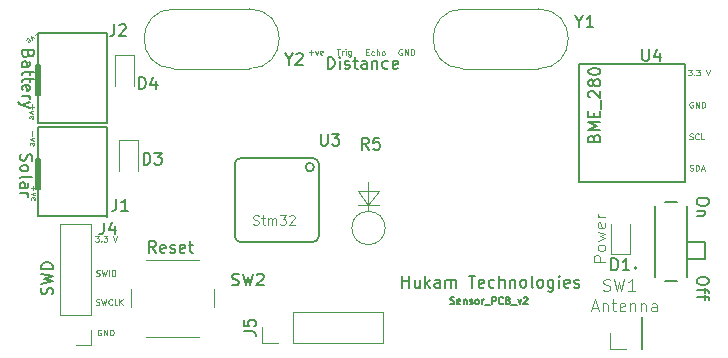
<source format=gto>
G04 #@! TF.GenerationSoftware,KiCad,Pcbnew,5.1.6-c6e7f7d~87~ubuntu18.04.1*
G04 #@! TF.CreationDate,2020-08-29T18:15:57+05:30*
G04 #@! TF.ProjectId,Sensor_pcb_v2,53656e73-6f72-45f7-9063-625f76322e6b,rev?*
G04 #@! TF.SameCoordinates,Original*
G04 #@! TF.FileFunction,Legend,Top*
G04 #@! TF.FilePolarity,Positive*
%FSLAX46Y46*%
G04 Gerber Fmt 4.6, Leading zero omitted, Abs format (unit mm)*
G04 Created by KiCad (PCBNEW 5.1.6-c6e7f7d~87~ubuntu18.04.1) date 2020-08-29 18:15:57*
%MOMM*%
%LPD*%
G01*
G04 APERTURE LIST*
%ADD10C,0.100000*%
%ADD11C,0.080000*%
%ADD12C,0.200000*%
%ADD13C,0.050000*%
%ADD14C,0.150000*%
%ADD15C,0.127000*%
%ADD16C,0.120000*%
G04 APERTURE END LIST*
D10*
X142551495Y-44215346D02*
X143027685Y-44215346D01*
X142456257Y-44501060D02*
X142789590Y-43501060D01*
X143122923Y-44501060D01*
X143456257Y-43834394D02*
X143456257Y-44501060D01*
X143456257Y-43929632D02*
X143503876Y-43882013D01*
X143599114Y-43834394D01*
X143741971Y-43834394D01*
X143837209Y-43882013D01*
X143884828Y-43977251D01*
X143884828Y-44501060D01*
X144218161Y-43834394D02*
X144599114Y-43834394D01*
X144361019Y-43501060D02*
X144361019Y-44358203D01*
X144408638Y-44453441D01*
X144503876Y-44501060D01*
X144599114Y-44501060D01*
X145313400Y-44453441D02*
X145218161Y-44501060D01*
X145027685Y-44501060D01*
X144932447Y-44453441D01*
X144884828Y-44358203D01*
X144884828Y-43977251D01*
X144932447Y-43882013D01*
X145027685Y-43834394D01*
X145218161Y-43834394D01*
X145313400Y-43882013D01*
X145361019Y-43977251D01*
X145361019Y-44072489D01*
X144884828Y-44167727D01*
X145789590Y-43834394D02*
X145789590Y-44501060D01*
X145789590Y-43929632D02*
X145837209Y-43882013D01*
X145932447Y-43834394D01*
X146075304Y-43834394D01*
X146170542Y-43882013D01*
X146218161Y-43977251D01*
X146218161Y-44501060D01*
X146694352Y-43834394D02*
X146694352Y-44501060D01*
X146694352Y-43929632D02*
X146741971Y-43882013D01*
X146837209Y-43834394D01*
X146980066Y-43834394D01*
X147075304Y-43882013D01*
X147122923Y-43977251D01*
X147122923Y-44501060D01*
X148027685Y-44501060D02*
X148027685Y-43977251D01*
X147980066Y-43882013D01*
X147884828Y-43834394D01*
X147694352Y-43834394D01*
X147599114Y-43882013D01*
X148027685Y-44453441D02*
X147932447Y-44501060D01*
X147694352Y-44501060D01*
X147599114Y-44453441D01*
X147551495Y-44358203D01*
X147551495Y-44262965D01*
X147599114Y-44167727D01*
X147694352Y-44120108D01*
X147932447Y-44120108D01*
X148027685Y-44072489D01*
D11*
X100985367Y-46079600D02*
X100937748Y-46055790D01*
X100866320Y-46055790D01*
X100794891Y-46079600D01*
X100747272Y-46127219D01*
X100723462Y-46174838D01*
X100699653Y-46270076D01*
X100699653Y-46341504D01*
X100723462Y-46436742D01*
X100747272Y-46484361D01*
X100794891Y-46531980D01*
X100866320Y-46555790D01*
X100913939Y-46555790D01*
X100985367Y-46531980D01*
X101009177Y-46508171D01*
X101009177Y-46341504D01*
X100913939Y-46341504D01*
X101223462Y-46555790D02*
X101223462Y-46055790D01*
X101509177Y-46555790D01*
X101509177Y-46055790D01*
X101747272Y-46555790D02*
X101747272Y-46055790D01*
X101866320Y-46055790D01*
X101937748Y-46079600D01*
X101985367Y-46127219D01*
X102009177Y-46174838D01*
X102032986Y-46270076D01*
X102032986Y-46341504D01*
X102009177Y-46436742D01*
X101985367Y-46484361D01*
X101937748Y-46531980D01*
X101866320Y-46555790D01*
X101747272Y-46555790D01*
X100557947Y-43946260D02*
X100629376Y-43970070D01*
X100748423Y-43970070D01*
X100796042Y-43946260D01*
X100819852Y-43922451D01*
X100843661Y-43874832D01*
X100843661Y-43827213D01*
X100819852Y-43779594D01*
X100796042Y-43755784D01*
X100748423Y-43731975D01*
X100653185Y-43708165D01*
X100605566Y-43684356D01*
X100581757Y-43660546D01*
X100557947Y-43612927D01*
X100557947Y-43565308D01*
X100581757Y-43517689D01*
X100605566Y-43493880D01*
X100653185Y-43470070D01*
X100772233Y-43470070D01*
X100843661Y-43493880D01*
X101010328Y-43470070D02*
X101129376Y-43970070D01*
X101224614Y-43612927D01*
X101319852Y-43970070D01*
X101438900Y-43470070D01*
X101915090Y-43922451D02*
X101891280Y-43946260D01*
X101819852Y-43970070D01*
X101772233Y-43970070D01*
X101700804Y-43946260D01*
X101653185Y-43898641D01*
X101629376Y-43851022D01*
X101605566Y-43755784D01*
X101605566Y-43684356D01*
X101629376Y-43589118D01*
X101653185Y-43541499D01*
X101700804Y-43493880D01*
X101772233Y-43470070D01*
X101819852Y-43470070D01*
X101891280Y-43493880D01*
X101915090Y-43517689D01*
X102367471Y-43970070D02*
X102129376Y-43970070D01*
X102129376Y-43470070D01*
X102534138Y-43970070D02*
X102534138Y-43470070D01*
X102819852Y-43970070D02*
X102605566Y-43684356D01*
X102819852Y-43470070D02*
X102534138Y-43755784D01*
X100579656Y-41495160D02*
X100651084Y-41518970D01*
X100770132Y-41518970D01*
X100817751Y-41495160D01*
X100841560Y-41471351D01*
X100865370Y-41423732D01*
X100865370Y-41376113D01*
X100841560Y-41328494D01*
X100817751Y-41304684D01*
X100770132Y-41280875D01*
X100674894Y-41257065D01*
X100627275Y-41233256D01*
X100603465Y-41209446D01*
X100579656Y-41161827D01*
X100579656Y-41114208D01*
X100603465Y-41066589D01*
X100627275Y-41042780D01*
X100674894Y-41018970D01*
X100793941Y-41018970D01*
X100865370Y-41042780D01*
X101032037Y-41018970D02*
X101151084Y-41518970D01*
X101246322Y-41161827D01*
X101341560Y-41518970D01*
X101460608Y-41018970D01*
X101651084Y-41518970D02*
X101651084Y-41018970D01*
X101984418Y-41018970D02*
X102079656Y-41018970D01*
X102127275Y-41042780D01*
X102174894Y-41090399D01*
X102198703Y-41185637D01*
X102198703Y-41352303D01*
X102174894Y-41447541D01*
X102127275Y-41495160D01*
X102079656Y-41518970D01*
X101984418Y-41518970D01*
X101936799Y-41495160D01*
X101889180Y-41447541D01*
X101865370Y-41352303D01*
X101865370Y-41185637D01*
X101889180Y-41090399D01*
X101936799Y-41042780D01*
X101984418Y-41018970D01*
X100480928Y-38110670D02*
X100790452Y-38110670D01*
X100623785Y-38301146D01*
X100695214Y-38301146D01*
X100742833Y-38324956D01*
X100766642Y-38348765D01*
X100790452Y-38396384D01*
X100790452Y-38515432D01*
X100766642Y-38563051D01*
X100742833Y-38586860D01*
X100695214Y-38610670D01*
X100552357Y-38610670D01*
X100504738Y-38586860D01*
X100480928Y-38563051D01*
X101004738Y-38563051D02*
X101028547Y-38586860D01*
X101004738Y-38610670D01*
X100980928Y-38586860D01*
X101004738Y-38563051D01*
X101004738Y-38610670D01*
X101195214Y-38110670D02*
X101504738Y-38110670D01*
X101338071Y-38301146D01*
X101409500Y-38301146D01*
X101457119Y-38324956D01*
X101480928Y-38348765D01*
X101504738Y-38396384D01*
X101504738Y-38515432D01*
X101480928Y-38563051D01*
X101457119Y-38586860D01*
X101409500Y-38610670D01*
X101266642Y-38610670D01*
X101219023Y-38586860D01*
X101195214Y-38563051D01*
X102028547Y-38110670D02*
X102195214Y-38610670D01*
X102361880Y-38110670D01*
X118563781Y-22580754D02*
X118944734Y-22580754D01*
X118754258Y-22771230D02*
X118754258Y-22390278D01*
X119135210Y-22437897D02*
X119254258Y-22771230D01*
X119373305Y-22437897D01*
X119754258Y-22747420D02*
X119706639Y-22771230D01*
X119611400Y-22771230D01*
X119563781Y-22747420D01*
X119539972Y-22699801D01*
X119539972Y-22509325D01*
X119563781Y-22461706D01*
X119611400Y-22437897D01*
X119706639Y-22437897D01*
X119754258Y-22461706D01*
X119778067Y-22509325D01*
X119778067Y-22556944D01*
X119539972Y-22604563D01*
X120929162Y-22271230D02*
X121214877Y-22271230D01*
X121072020Y-22771230D02*
X121072020Y-22271230D01*
X121381543Y-22771230D02*
X121381543Y-22437897D01*
X121381543Y-22533135D02*
X121405353Y-22485516D01*
X121429162Y-22461706D01*
X121476781Y-22437897D01*
X121524400Y-22437897D01*
X121691067Y-22771230D02*
X121691067Y-22437897D01*
X121691067Y-22271230D02*
X121667258Y-22295040D01*
X121691067Y-22318849D01*
X121714877Y-22295040D01*
X121691067Y-22271230D01*
X121691067Y-22318849D01*
X122143448Y-22437897D02*
X122143448Y-22842659D01*
X122119639Y-22890278D01*
X122095829Y-22914087D01*
X122048210Y-22937897D01*
X121976781Y-22937897D01*
X121929162Y-22914087D01*
X122143448Y-22747420D02*
X122095829Y-22771230D01*
X122000591Y-22771230D01*
X121952972Y-22747420D01*
X121929162Y-22723611D01*
X121905353Y-22675992D01*
X121905353Y-22533135D01*
X121929162Y-22485516D01*
X121952972Y-22461706D01*
X122000591Y-22437897D01*
X122095829Y-22437897D01*
X122143448Y-22461706D01*
X123424570Y-22575365D02*
X123591237Y-22575365D01*
X123662665Y-22837270D02*
X123424570Y-22837270D01*
X123424570Y-22337270D01*
X123662665Y-22337270D01*
X124091237Y-22813460D02*
X124043618Y-22837270D01*
X123948380Y-22837270D01*
X123900760Y-22813460D01*
X123876951Y-22789651D01*
X123853141Y-22742032D01*
X123853141Y-22599175D01*
X123876951Y-22551556D01*
X123900760Y-22527746D01*
X123948380Y-22503937D01*
X124043618Y-22503937D01*
X124091237Y-22527746D01*
X124305522Y-22837270D02*
X124305522Y-22337270D01*
X124519808Y-22837270D02*
X124519808Y-22575365D01*
X124495999Y-22527746D01*
X124448380Y-22503937D01*
X124376951Y-22503937D01*
X124329332Y-22527746D01*
X124305522Y-22551556D01*
X124829332Y-22837270D02*
X124781713Y-22813460D01*
X124757903Y-22789651D01*
X124734094Y-22742032D01*
X124734094Y-22599175D01*
X124757903Y-22551556D01*
X124781713Y-22527746D01*
X124829332Y-22503937D01*
X124900760Y-22503937D01*
X124948380Y-22527746D01*
X124972189Y-22551556D01*
X124995999Y-22599175D01*
X124995999Y-22742032D01*
X124972189Y-22789651D01*
X124948380Y-22813460D01*
X124900760Y-22837270D01*
X124829332Y-22837270D01*
D12*
X152424379Y-35124140D02*
X152424379Y-35314617D01*
X152376760Y-35409855D01*
X152281521Y-35505093D01*
X152091045Y-35552712D01*
X151757712Y-35552712D01*
X151567236Y-35505093D01*
X151471998Y-35409855D01*
X151424379Y-35314617D01*
X151424379Y-35124140D01*
X151471998Y-35028902D01*
X151567236Y-34933664D01*
X151757712Y-34886045D01*
X152091045Y-34886045D01*
X152281521Y-34933664D01*
X152376760Y-35028902D01*
X152424379Y-35124140D01*
X152091045Y-35981283D02*
X151424379Y-35981283D01*
X151995807Y-35981283D02*
X152043426Y-36028902D01*
X152091045Y-36124140D01*
X152091045Y-36266998D01*
X152043426Y-36362236D01*
X151948188Y-36409855D01*
X151424379Y-36409855D01*
X152424379Y-41852933D02*
X152424379Y-42043409D01*
X152376760Y-42138647D01*
X152281521Y-42233885D01*
X152091045Y-42281504D01*
X151757712Y-42281504D01*
X151567236Y-42233885D01*
X151471998Y-42138647D01*
X151424379Y-42043409D01*
X151424379Y-41852933D01*
X151471998Y-41757695D01*
X151567236Y-41662457D01*
X151757712Y-41614838D01*
X152091045Y-41614838D01*
X152281521Y-41662457D01*
X152376760Y-41757695D01*
X152424379Y-41852933D01*
X152091045Y-42567219D02*
X152091045Y-42948171D01*
X151424379Y-42710076D02*
X152281521Y-42710076D01*
X152376760Y-42757695D01*
X152424379Y-42852933D01*
X152424379Y-42948171D01*
X152091045Y-43138647D02*
X152091045Y-43519600D01*
X151424379Y-43281504D02*
X152281521Y-43281504D01*
X152376760Y-43329123D01*
X152424379Y-43424361D01*
X152424379Y-43519600D01*
D13*
X95252385Y-33882721D02*
X95252385Y-34263674D01*
X95061909Y-34073198D02*
X95442861Y-34073198D01*
X95395242Y-34454150D02*
X95061909Y-34573198D01*
X95395242Y-34692245D01*
X95085719Y-35073198D02*
X95061909Y-35025579D01*
X95061909Y-34930340D01*
X95085719Y-34882721D01*
X95133338Y-34858912D01*
X95323814Y-34858912D01*
X95371433Y-34882721D01*
X95395242Y-34930340D01*
X95395242Y-35025579D01*
X95371433Y-35073198D01*
X95323814Y-35097007D01*
X95276195Y-35097007D01*
X95228576Y-34858912D01*
X95153325Y-29257381D02*
X95153325Y-29638334D01*
X95296182Y-29828810D02*
X94962849Y-29947858D01*
X95296182Y-30066905D01*
X94986659Y-30447858D02*
X94962849Y-30400239D01*
X94962849Y-30305000D01*
X94986659Y-30257381D01*
X95034278Y-30233572D01*
X95224754Y-30233572D01*
X95272373Y-30257381D01*
X95296182Y-30305000D01*
X95296182Y-30400239D01*
X95272373Y-30447858D01*
X95224754Y-30471667D01*
X95177135Y-30471667D01*
X95129516Y-30233572D01*
X95667782Y-20880309D02*
X95375955Y-21125181D01*
X95321869Y-21357051D02*
X95016410Y-21178225D01*
X95139477Y-21510096D01*
X94648693Y-21517858D02*
X94669867Y-21469010D01*
X94742823Y-21407792D01*
X94794606Y-21395423D01*
X94843454Y-21416596D01*
X94965890Y-21562510D01*
X94978260Y-21614292D01*
X94957086Y-21663141D01*
X94884129Y-21724358D01*
X94832346Y-21736728D01*
X94783498Y-21715554D01*
X94752889Y-21679076D01*
X94904672Y-21489553D01*
X95110145Y-26986621D02*
X95110145Y-27367574D01*
X94919669Y-27177098D02*
X95300621Y-27177098D01*
X95253002Y-27558050D02*
X94919669Y-27677098D01*
X95253002Y-27796145D01*
X94943479Y-28177098D02*
X94919669Y-28129479D01*
X94919669Y-28034240D01*
X94943479Y-27986621D01*
X94991098Y-27962812D01*
X95181574Y-27962812D01*
X95229193Y-27986621D01*
X95253002Y-28034240D01*
X95253002Y-28129479D01*
X95229193Y-28177098D01*
X95181574Y-28200907D01*
X95133955Y-28200907D01*
X95086336Y-27962812D01*
D10*
X150663708Y-24036530D02*
X150973232Y-24036530D01*
X150806565Y-24227006D01*
X150877994Y-24227006D01*
X150925613Y-24250816D01*
X150949422Y-24274625D01*
X150973232Y-24322244D01*
X150973232Y-24441292D01*
X150949422Y-24488911D01*
X150925613Y-24512720D01*
X150877994Y-24536530D01*
X150735137Y-24536530D01*
X150687518Y-24512720D01*
X150663708Y-24488911D01*
X151187518Y-24488911D02*
X151211327Y-24512720D01*
X151187518Y-24536530D01*
X151163708Y-24512720D01*
X151187518Y-24488911D01*
X151187518Y-24536530D01*
X151377994Y-24036530D02*
X151687518Y-24036530D01*
X151520851Y-24227006D01*
X151592280Y-24227006D01*
X151639899Y-24250816D01*
X151663708Y-24274625D01*
X151687518Y-24322244D01*
X151687518Y-24441292D01*
X151663708Y-24488911D01*
X151639899Y-24512720D01*
X151592280Y-24536530D01*
X151449422Y-24536530D01*
X151401803Y-24512720D01*
X151377994Y-24488911D01*
X152211327Y-24036530D02*
X152377994Y-24536530D01*
X152544660Y-24036530D01*
X151084327Y-26795920D02*
X151036708Y-26772110D01*
X150965280Y-26772110D01*
X150893851Y-26795920D01*
X150846232Y-26843539D01*
X150822422Y-26891158D01*
X150798613Y-26986396D01*
X150798613Y-27057824D01*
X150822422Y-27153062D01*
X150846232Y-27200681D01*
X150893851Y-27248300D01*
X150965280Y-27272110D01*
X151012899Y-27272110D01*
X151084327Y-27248300D01*
X151108137Y-27224491D01*
X151108137Y-27057824D01*
X151012899Y-27057824D01*
X151322422Y-27272110D02*
X151322422Y-26772110D01*
X151608137Y-27272110D01*
X151608137Y-26772110D01*
X151846232Y-27272110D02*
X151846232Y-26772110D01*
X151965280Y-26772110D01*
X152036708Y-26795920D01*
X152084327Y-26843539D01*
X152108137Y-26891158D01*
X152131946Y-26986396D01*
X152131946Y-27057824D01*
X152108137Y-27153062D01*
X152084327Y-27200681D01*
X152036708Y-27248300D01*
X151965280Y-27272110D01*
X151846232Y-27272110D01*
X150793841Y-29928000D02*
X150865270Y-29951810D01*
X150984318Y-29951810D01*
X151031937Y-29928000D01*
X151055746Y-29904191D01*
X151079556Y-29856572D01*
X151079556Y-29808953D01*
X151055746Y-29761334D01*
X151031937Y-29737524D01*
X150984318Y-29713715D01*
X150889080Y-29689905D01*
X150841460Y-29666096D01*
X150817651Y-29642286D01*
X150793841Y-29594667D01*
X150793841Y-29547048D01*
X150817651Y-29499429D01*
X150841460Y-29475620D01*
X150889080Y-29451810D01*
X151008127Y-29451810D01*
X151079556Y-29475620D01*
X151579556Y-29904191D02*
X151555746Y-29928000D01*
X151484318Y-29951810D01*
X151436699Y-29951810D01*
X151365270Y-29928000D01*
X151317651Y-29880381D01*
X151293841Y-29832762D01*
X151270032Y-29737524D01*
X151270032Y-29666096D01*
X151293841Y-29570858D01*
X151317651Y-29523239D01*
X151365270Y-29475620D01*
X151436699Y-29451810D01*
X151484318Y-29451810D01*
X151555746Y-29475620D01*
X151579556Y-29499429D01*
X152031937Y-29951810D02*
X151793841Y-29951810D01*
X151793841Y-29451810D01*
X150820037Y-32572140D02*
X150891465Y-32595950D01*
X151010513Y-32595950D01*
X151058132Y-32572140D01*
X151081941Y-32548331D01*
X151105751Y-32500712D01*
X151105751Y-32453093D01*
X151081941Y-32405474D01*
X151058132Y-32381664D01*
X151010513Y-32357855D01*
X150915275Y-32334045D01*
X150867656Y-32310236D01*
X150843846Y-32286426D01*
X150820037Y-32238807D01*
X150820037Y-32191188D01*
X150843846Y-32143569D01*
X150867656Y-32119760D01*
X150915275Y-32095950D01*
X151034322Y-32095950D01*
X151105751Y-32119760D01*
X151320037Y-32595950D02*
X151320037Y-32095950D01*
X151439084Y-32095950D01*
X151510513Y-32119760D01*
X151558132Y-32167379D01*
X151581941Y-32214998D01*
X151605751Y-32310236D01*
X151605751Y-32381664D01*
X151581941Y-32476902D01*
X151558132Y-32524521D01*
X151510513Y-32572140D01*
X151439084Y-32595950D01*
X151320037Y-32595950D01*
X151796227Y-32453093D02*
X152034322Y-32453093D01*
X151748608Y-32595950D02*
X151915275Y-32095950D01*
X152081941Y-32595950D01*
D11*
X126446327Y-22338220D02*
X126398708Y-22314410D01*
X126327280Y-22314410D01*
X126255851Y-22338220D01*
X126208232Y-22385839D01*
X126184422Y-22433458D01*
X126160613Y-22528696D01*
X126160613Y-22600124D01*
X126184422Y-22695362D01*
X126208232Y-22742981D01*
X126255851Y-22790600D01*
X126327280Y-22814410D01*
X126374899Y-22814410D01*
X126446327Y-22790600D01*
X126470137Y-22766791D01*
X126470137Y-22600124D01*
X126374899Y-22600124D01*
X126684422Y-22814410D02*
X126684422Y-22314410D01*
X126970137Y-22814410D01*
X126970137Y-22314410D01*
X127208232Y-22814410D02*
X127208232Y-22314410D01*
X127327280Y-22314410D01*
X127398708Y-22338220D01*
X127446327Y-22385839D01*
X127470137Y-22433458D01*
X127493946Y-22528696D01*
X127493946Y-22600124D01*
X127470137Y-22695362D01*
X127446327Y-22742981D01*
X127398708Y-22790600D01*
X127327280Y-22814410D01*
X127208232Y-22814410D01*
D14*
X94197538Y-31194595D02*
X94149919Y-31337452D01*
X94149919Y-31575547D01*
X94197538Y-31670785D01*
X94245157Y-31718404D01*
X94340395Y-31766023D01*
X94435633Y-31766023D01*
X94530871Y-31718404D01*
X94578490Y-31670785D01*
X94626109Y-31575547D01*
X94673728Y-31385071D01*
X94721347Y-31289833D01*
X94768966Y-31242214D01*
X94864204Y-31194595D01*
X94959442Y-31194595D01*
X95054680Y-31242214D01*
X95102300Y-31289833D01*
X95149919Y-31385071D01*
X95149919Y-31623166D01*
X95102300Y-31766023D01*
X94149919Y-32337452D02*
X94197538Y-32242214D01*
X94245157Y-32194595D01*
X94340395Y-32146976D01*
X94626109Y-32146976D01*
X94721347Y-32194595D01*
X94768966Y-32242214D01*
X94816585Y-32337452D01*
X94816585Y-32480309D01*
X94768966Y-32575547D01*
X94721347Y-32623166D01*
X94626109Y-32670785D01*
X94340395Y-32670785D01*
X94245157Y-32623166D01*
X94197538Y-32575547D01*
X94149919Y-32480309D01*
X94149919Y-32337452D01*
X94149919Y-33242214D02*
X94197538Y-33146976D01*
X94292776Y-33099357D01*
X95149919Y-33099357D01*
X94149919Y-34051738D02*
X94673728Y-34051738D01*
X94768966Y-34004119D01*
X94816585Y-33908880D01*
X94816585Y-33718404D01*
X94768966Y-33623166D01*
X94197538Y-34051738D02*
X94149919Y-33956500D01*
X94149919Y-33718404D01*
X94197538Y-33623166D01*
X94292776Y-33575547D01*
X94388014Y-33575547D01*
X94483252Y-33623166D01*
X94530871Y-33718404D01*
X94530871Y-33956500D01*
X94578490Y-34051738D01*
X94149919Y-34527928D02*
X94816585Y-34527928D01*
X94626109Y-34527928D02*
X94721347Y-34575547D01*
X94768966Y-34623166D01*
X94816585Y-34718404D01*
X94816585Y-34813642D01*
X94823588Y-22713891D02*
X94775969Y-22856748D01*
X94728350Y-22904367D01*
X94633112Y-22951986D01*
X94490255Y-22951986D01*
X94395017Y-22904367D01*
X94347398Y-22856748D01*
X94299779Y-22761510D01*
X94299779Y-22380558D01*
X95299779Y-22380558D01*
X95299779Y-22713891D01*
X95252160Y-22809129D01*
X95204540Y-22856748D01*
X95109302Y-22904367D01*
X95014064Y-22904367D01*
X94918826Y-22856748D01*
X94871207Y-22809129D01*
X94823588Y-22713891D01*
X94823588Y-22380558D01*
X94299779Y-23809129D02*
X94823588Y-23809129D01*
X94918826Y-23761510D01*
X94966445Y-23666272D01*
X94966445Y-23475796D01*
X94918826Y-23380558D01*
X94347398Y-23809129D02*
X94299779Y-23713891D01*
X94299779Y-23475796D01*
X94347398Y-23380558D01*
X94442636Y-23332939D01*
X94537874Y-23332939D01*
X94633112Y-23380558D01*
X94680731Y-23475796D01*
X94680731Y-23713891D01*
X94728350Y-23809129D01*
X94966445Y-24142462D02*
X94966445Y-24523415D01*
X95299779Y-24285320D02*
X94442636Y-24285320D01*
X94347398Y-24332939D01*
X94299779Y-24428177D01*
X94299779Y-24523415D01*
X94966445Y-24713891D02*
X94966445Y-25094843D01*
X95299779Y-24856748D02*
X94442636Y-24856748D01*
X94347398Y-24904367D01*
X94299779Y-24999605D01*
X94299779Y-25094843D01*
X94347398Y-25809129D02*
X94299779Y-25713891D01*
X94299779Y-25523415D01*
X94347398Y-25428177D01*
X94442636Y-25380558D01*
X94823588Y-25380558D01*
X94918826Y-25428177D01*
X94966445Y-25523415D01*
X94966445Y-25713891D01*
X94918826Y-25809129D01*
X94823588Y-25856748D01*
X94728350Y-25856748D01*
X94633112Y-25380558D01*
X94299779Y-26285320D02*
X94966445Y-26285320D01*
X94775969Y-26285320D02*
X94871207Y-26332939D01*
X94918826Y-26380558D01*
X94966445Y-26475796D01*
X94966445Y-26571034D01*
X94966445Y-26809129D02*
X94299779Y-27047224D01*
X94966445Y-27285320D02*
X94299779Y-27047224D01*
X94061683Y-26951986D01*
X94014064Y-26904367D01*
X93966445Y-26809129D01*
X120179199Y-23967700D02*
X120179199Y-22967700D01*
X120417294Y-22967700D01*
X120560151Y-23015320D01*
X120655389Y-23110558D01*
X120703008Y-23205796D01*
X120750627Y-23396272D01*
X120750627Y-23539129D01*
X120703008Y-23729605D01*
X120655389Y-23824843D01*
X120560151Y-23920081D01*
X120417294Y-23967700D01*
X120179199Y-23967700D01*
X121179199Y-23967700D02*
X121179199Y-23301034D01*
X121179199Y-22967700D02*
X121131580Y-23015320D01*
X121179199Y-23062939D01*
X121226818Y-23015320D01*
X121179199Y-22967700D01*
X121179199Y-23062939D01*
X121607770Y-23920081D02*
X121703008Y-23967700D01*
X121893484Y-23967700D01*
X121988722Y-23920081D01*
X122036341Y-23824843D01*
X122036341Y-23777224D01*
X121988722Y-23681986D01*
X121893484Y-23634367D01*
X121750627Y-23634367D01*
X121655389Y-23586748D01*
X121607770Y-23491510D01*
X121607770Y-23443891D01*
X121655389Y-23348653D01*
X121750627Y-23301034D01*
X121893484Y-23301034D01*
X121988722Y-23348653D01*
X122322056Y-23301034D02*
X122703008Y-23301034D01*
X122464913Y-22967700D02*
X122464913Y-23824843D01*
X122512532Y-23920081D01*
X122607770Y-23967700D01*
X122703008Y-23967700D01*
X123464913Y-23967700D02*
X123464913Y-23443891D01*
X123417294Y-23348653D01*
X123322056Y-23301034D01*
X123131580Y-23301034D01*
X123036341Y-23348653D01*
X123464913Y-23920081D02*
X123369675Y-23967700D01*
X123131580Y-23967700D01*
X123036341Y-23920081D01*
X122988722Y-23824843D01*
X122988722Y-23729605D01*
X123036341Y-23634367D01*
X123131580Y-23586748D01*
X123369675Y-23586748D01*
X123464913Y-23539129D01*
X123941103Y-23301034D02*
X123941103Y-23967700D01*
X123941103Y-23396272D02*
X123988722Y-23348653D01*
X124083960Y-23301034D01*
X124226818Y-23301034D01*
X124322056Y-23348653D01*
X124369675Y-23443891D01*
X124369675Y-23967700D01*
X125274437Y-23920081D02*
X125179199Y-23967700D01*
X124988722Y-23967700D01*
X124893484Y-23920081D01*
X124845865Y-23872462D01*
X124798246Y-23777224D01*
X124798246Y-23491510D01*
X124845865Y-23396272D01*
X124893484Y-23348653D01*
X124988722Y-23301034D01*
X125179199Y-23301034D01*
X125274437Y-23348653D01*
X126083960Y-23920081D02*
X125988722Y-23967700D01*
X125798246Y-23967700D01*
X125703008Y-23920081D01*
X125655389Y-23824843D01*
X125655389Y-23443891D01*
X125703008Y-23348653D01*
X125798246Y-23301034D01*
X125988722Y-23301034D01*
X126083960Y-23348653D01*
X126131580Y-23443891D01*
X126131580Y-23539129D01*
X125655389Y-23634367D01*
X105596844Y-39548060D02*
X105263511Y-39071870D01*
X105025416Y-39548060D02*
X105025416Y-38548060D01*
X105406368Y-38548060D01*
X105501606Y-38595680D01*
X105549225Y-38643299D01*
X105596844Y-38738537D01*
X105596844Y-38881394D01*
X105549225Y-38976632D01*
X105501606Y-39024251D01*
X105406368Y-39071870D01*
X105025416Y-39071870D01*
X106406368Y-39500441D02*
X106311130Y-39548060D01*
X106120654Y-39548060D01*
X106025416Y-39500441D01*
X105977797Y-39405203D01*
X105977797Y-39024251D01*
X106025416Y-38929013D01*
X106120654Y-38881394D01*
X106311130Y-38881394D01*
X106406368Y-38929013D01*
X106453987Y-39024251D01*
X106453987Y-39119489D01*
X105977797Y-39214727D01*
X106834940Y-39500441D02*
X106930178Y-39548060D01*
X107120654Y-39548060D01*
X107215892Y-39500441D01*
X107263511Y-39405203D01*
X107263511Y-39357584D01*
X107215892Y-39262346D01*
X107120654Y-39214727D01*
X106977797Y-39214727D01*
X106882559Y-39167108D01*
X106834940Y-39071870D01*
X106834940Y-39024251D01*
X106882559Y-38929013D01*
X106977797Y-38881394D01*
X107120654Y-38881394D01*
X107215892Y-38929013D01*
X108073035Y-39500441D02*
X107977797Y-39548060D01*
X107787320Y-39548060D01*
X107692082Y-39500441D01*
X107644463Y-39405203D01*
X107644463Y-39024251D01*
X107692082Y-38929013D01*
X107787320Y-38881394D01*
X107977797Y-38881394D01*
X108073035Y-38929013D01*
X108120654Y-39024251D01*
X108120654Y-39119489D01*
X107644463Y-39214727D01*
X108406368Y-38881394D02*
X108787320Y-38881394D01*
X108549225Y-38548060D02*
X108549225Y-39405203D01*
X108596844Y-39500441D01*
X108692082Y-39548060D01*
X108787320Y-39548060D01*
D10*
X113870959Y-37130949D02*
X113985244Y-37169044D01*
X114175720Y-37169044D01*
X114251911Y-37130949D01*
X114290006Y-37092854D01*
X114328101Y-37016663D01*
X114328101Y-36940473D01*
X114290006Y-36864282D01*
X114251911Y-36826187D01*
X114175720Y-36788092D01*
X114023340Y-36749997D01*
X113947149Y-36711901D01*
X113909054Y-36673806D01*
X113870959Y-36597616D01*
X113870959Y-36521425D01*
X113909054Y-36445235D01*
X113947149Y-36407140D01*
X114023340Y-36369044D01*
X114213816Y-36369044D01*
X114328101Y-36407140D01*
X114556673Y-36635711D02*
X114861435Y-36635711D01*
X114670959Y-36369044D02*
X114670959Y-37054759D01*
X114709054Y-37130949D01*
X114785244Y-37169044D01*
X114861435Y-37169044D01*
X115128101Y-37169044D02*
X115128101Y-36635711D01*
X115128101Y-36711901D02*
X115166197Y-36673806D01*
X115242387Y-36635711D01*
X115356673Y-36635711D01*
X115432863Y-36673806D01*
X115470959Y-36749997D01*
X115470959Y-37169044D01*
X115470959Y-36749997D02*
X115509054Y-36673806D01*
X115585244Y-36635711D01*
X115699530Y-36635711D01*
X115775720Y-36673806D01*
X115813816Y-36749997D01*
X115813816Y-37169044D01*
X116118578Y-36369044D02*
X116613816Y-36369044D01*
X116347149Y-36673806D01*
X116461435Y-36673806D01*
X116537625Y-36711901D01*
X116575720Y-36749997D01*
X116613816Y-36826187D01*
X116613816Y-37016663D01*
X116575720Y-37092854D01*
X116537625Y-37130949D01*
X116461435Y-37169044D01*
X116232863Y-37169044D01*
X116156673Y-37130949D01*
X116118578Y-37092854D01*
X116918578Y-36445235D02*
X116956673Y-36407140D01*
X117032863Y-36369044D01*
X117223340Y-36369044D01*
X117299530Y-36407140D01*
X117337625Y-36445235D01*
X117375720Y-36521425D01*
X117375720Y-36597616D01*
X117337625Y-36711901D01*
X116880482Y-37169044D01*
X117375720Y-37169044D01*
X143685520Y-40332730D02*
X142685520Y-40332730D01*
X142685520Y-39951778D01*
X142733140Y-39856540D01*
X142780759Y-39808920D01*
X142875997Y-39761301D01*
X143018854Y-39761301D01*
X143114092Y-39808920D01*
X143161711Y-39856540D01*
X143209330Y-39951778D01*
X143209330Y-40332730D01*
X143685520Y-39189873D02*
X143637901Y-39285111D01*
X143590282Y-39332730D01*
X143495044Y-39380349D01*
X143209330Y-39380349D01*
X143114092Y-39332730D01*
X143066473Y-39285111D01*
X143018854Y-39189873D01*
X143018854Y-39047016D01*
X143066473Y-38951778D01*
X143114092Y-38904159D01*
X143209330Y-38856540D01*
X143495044Y-38856540D01*
X143590282Y-38904159D01*
X143637901Y-38951778D01*
X143685520Y-39047016D01*
X143685520Y-39189873D01*
X143018854Y-38523206D02*
X143685520Y-38332730D01*
X143209330Y-38142254D01*
X143685520Y-37951778D01*
X143018854Y-37761301D01*
X143637901Y-36999397D02*
X143685520Y-37094635D01*
X143685520Y-37285111D01*
X143637901Y-37380349D01*
X143542663Y-37427968D01*
X143161711Y-37427968D01*
X143066473Y-37380349D01*
X143018854Y-37285111D01*
X143018854Y-37094635D01*
X143066473Y-36999397D01*
X143161711Y-36951778D01*
X143256949Y-36951778D01*
X143352187Y-37427968D01*
X143685520Y-36523206D02*
X143018854Y-36523206D01*
X143209330Y-36523206D02*
X143114092Y-36475587D01*
X143066473Y-36427968D01*
X143018854Y-36332730D01*
X143018854Y-36237492D01*
D14*
X130553551Y-43864817D02*
X130639265Y-43893388D01*
X130782122Y-43893388D01*
X130839265Y-43864817D01*
X130867837Y-43836245D01*
X130896408Y-43779102D01*
X130896408Y-43721960D01*
X130867837Y-43664817D01*
X130839265Y-43636245D01*
X130782122Y-43607674D01*
X130667837Y-43579102D01*
X130610694Y-43550531D01*
X130582122Y-43521960D01*
X130553551Y-43464817D01*
X130553551Y-43407674D01*
X130582122Y-43350531D01*
X130610694Y-43321960D01*
X130667837Y-43293388D01*
X130810694Y-43293388D01*
X130896408Y-43321960D01*
X131382122Y-43864817D02*
X131324980Y-43893388D01*
X131210694Y-43893388D01*
X131153551Y-43864817D01*
X131124980Y-43807674D01*
X131124980Y-43579102D01*
X131153551Y-43521960D01*
X131210694Y-43493388D01*
X131324980Y-43493388D01*
X131382122Y-43521960D01*
X131410694Y-43579102D01*
X131410694Y-43636245D01*
X131124980Y-43693388D01*
X131667837Y-43493388D02*
X131667837Y-43893388D01*
X131667837Y-43550531D02*
X131696408Y-43521960D01*
X131753551Y-43493388D01*
X131839265Y-43493388D01*
X131896408Y-43521960D01*
X131924980Y-43579102D01*
X131924980Y-43893388D01*
X132182122Y-43864817D02*
X132239265Y-43893388D01*
X132353551Y-43893388D01*
X132410694Y-43864817D01*
X132439265Y-43807674D01*
X132439265Y-43779102D01*
X132410694Y-43721960D01*
X132353551Y-43693388D01*
X132267837Y-43693388D01*
X132210694Y-43664817D01*
X132182122Y-43607674D01*
X132182122Y-43579102D01*
X132210694Y-43521960D01*
X132267837Y-43493388D01*
X132353551Y-43493388D01*
X132410694Y-43521960D01*
X132782122Y-43893388D02*
X132724980Y-43864817D01*
X132696408Y-43836245D01*
X132667837Y-43779102D01*
X132667837Y-43607674D01*
X132696408Y-43550531D01*
X132724980Y-43521960D01*
X132782122Y-43493388D01*
X132867837Y-43493388D01*
X132924980Y-43521960D01*
X132953551Y-43550531D01*
X132982122Y-43607674D01*
X132982122Y-43779102D01*
X132953551Y-43836245D01*
X132924980Y-43864817D01*
X132867837Y-43893388D01*
X132782122Y-43893388D01*
X133239265Y-43893388D02*
X133239265Y-43493388D01*
X133239265Y-43607674D02*
X133267837Y-43550531D01*
X133296408Y-43521960D01*
X133353551Y-43493388D01*
X133410694Y-43493388D01*
X133467837Y-43950531D02*
X133924980Y-43950531D01*
X134067837Y-43893388D02*
X134067837Y-43293388D01*
X134296408Y-43293388D01*
X134353551Y-43321960D01*
X134382122Y-43350531D01*
X134410694Y-43407674D01*
X134410694Y-43493388D01*
X134382122Y-43550531D01*
X134353551Y-43579102D01*
X134296408Y-43607674D01*
X134067837Y-43607674D01*
X135010694Y-43836245D02*
X134982122Y-43864817D01*
X134896408Y-43893388D01*
X134839265Y-43893388D01*
X134753551Y-43864817D01*
X134696408Y-43807674D01*
X134667837Y-43750531D01*
X134639265Y-43636245D01*
X134639265Y-43550531D01*
X134667837Y-43436245D01*
X134696408Y-43379102D01*
X134753551Y-43321960D01*
X134839265Y-43293388D01*
X134896408Y-43293388D01*
X134982122Y-43321960D01*
X135010694Y-43350531D01*
X135467837Y-43579102D02*
X135553551Y-43607674D01*
X135582122Y-43636245D01*
X135610694Y-43693388D01*
X135610694Y-43779102D01*
X135582122Y-43836245D01*
X135553551Y-43864817D01*
X135496408Y-43893388D01*
X135267837Y-43893388D01*
X135267837Y-43293388D01*
X135467837Y-43293388D01*
X135524980Y-43321960D01*
X135553551Y-43350531D01*
X135582122Y-43407674D01*
X135582122Y-43464817D01*
X135553551Y-43521960D01*
X135524980Y-43550531D01*
X135467837Y-43579102D01*
X135267837Y-43579102D01*
X135724980Y-43950531D02*
X136182122Y-43950531D01*
X136267837Y-43493388D02*
X136410694Y-43893388D01*
X136553551Y-43493388D01*
X136753551Y-43350531D02*
X136782122Y-43321960D01*
X136839265Y-43293388D01*
X136982122Y-43293388D01*
X137039265Y-43321960D01*
X137067837Y-43350531D01*
X137096408Y-43407674D01*
X137096408Y-43464817D01*
X137067837Y-43550531D01*
X136724980Y-43893388D01*
X137096408Y-43893388D01*
D12*
X126473249Y-42502080D02*
X126473249Y-41502080D01*
X126473249Y-41978271D02*
X127044678Y-41978271D01*
X127044678Y-42502080D02*
X127044678Y-41502080D01*
X127949440Y-41835414D02*
X127949440Y-42502080D01*
X127520868Y-41835414D02*
X127520868Y-42359223D01*
X127568487Y-42454461D01*
X127663725Y-42502080D01*
X127806582Y-42502080D01*
X127901820Y-42454461D01*
X127949440Y-42406842D01*
X128425630Y-42502080D02*
X128425630Y-41502080D01*
X128520868Y-42121128D02*
X128806582Y-42502080D01*
X128806582Y-41835414D02*
X128425630Y-42216366D01*
X129663725Y-42502080D02*
X129663725Y-41978271D01*
X129616106Y-41883033D01*
X129520868Y-41835414D01*
X129330392Y-41835414D01*
X129235154Y-41883033D01*
X129663725Y-42454461D02*
X129568487Y-42502080D01*
X129330392Y-42502080D01*
X129235154Y-42454461D01*
X129187535Y-42359223D01*
X129187535Y-42263985D01*
X129235154Y-42168747D01*
X129330392Y-42121128D01*
X129568487Y-42121128D01*
X129663725Y-42073509D01*
X130139916Y-42502080D02*
X130139916Y-41835414D01*
X130139916Y-41930652D02*
X130187535Y-41883033D01*
X130282773Y-41835414D01*
X130425630Y-41835414D01*
X130520868Y-41883033D01*
X130568487Y-41978271D01*
X130568487Y-42502080D01*
X130568487Y-41978271D02*
X130616106Y-41883033D01*
X130711344Y-41835414D01*
X130854201Y-41835414D01*
X130949440Y-41883033D01*
X130997059Y-41978271D01*
X130997059Y-42502080D01*
X132092297Y-41502080D02*
X132663725Y-41502080D01*
X132378011Y-42502080D02*
X132378011Y-41502080D01*
X133378011Y-42454461D02*
X133282773Y-42502080D01*
X133092297Y-42502080D01*
X132997059Y-42454461D01*
X132949440Y-42359223D01*
X132949440Y-41978271D01*
X132997059Y-41883033D01*
X133092297Y-41835414D01*
X133282773Y-41835414D01*
X133378011Y-41883033D01*
X133425630Y-41978271D01*
X133425630Y-42073509D01*
X132949440Y-42168747D01*
X134282773Y-42454461D02*
X134187535Y-42502080D01*
X133997059Y-42502080D01*
X133901820Y-42454461D01*
X133854201Y-42406842D01*
X133806582Y-42311604D01*
X133806582Y-42025890D01*
X133854201Y-41930652D01*
X133901820Y-41883033D01*
X133997059Y-41835414D01*
X134187535Y-41835414D01*
X134282773Y-41883033D01*
X134711344Y-42502080D02*
X134711344Y-41502080D01*
X135139916Y-42502080D02*
X135139916Y-41978271D01*
X135092297Y-41883033D01*
X134997059Y-41835414D01*
X134854201Y-41835414D01*
X134758963Y-41883033D01*
X134711344Y-41930652D01*
X135616106Y-41835414D02*
X135616106Y-42502080D01*
X135616106Y-41930652D02*
X135663725Y-41883033D01*
X135758963Y-41835414D01*
X135901820Y-41835414D01*
X135997059Y-41883033D01*
X136044678Y-41978271D01*
X136044678Y-42502080D01*
X136663725Y-42502080D02*
X136568487Y-42454461D01*
X136520868Y-42406842D01*
X136473249Y-42311604D01*
X136473249Y-42025890D01*
X136520868Y-41930652D01*
X136568487Y-41883033D01*
X136663725Y-41835414D01*
X136806582Y-41835414D01*
X136901820Y-41883033D01*
X136949440Y-41930652D01*
X136997059Y-42025890D01*
X136997059Y-42311604D01*
X136949440Y-42406842D01*
X136901820Y-42454461D01*
X136806582Y-42502080D01*
X136663725Y-42502080D01*
X137568487Y-42502080D02*
X137473249Y-42454461D01*
X137425630Y-42359223D01*
X137425630Y-41502080D01*
X138092297Y-42502080D02*
X137997059Y-42454461D01*
X137949440Y-42406842D01*
X137901820Y-42311604D01*
X137901820Y-42025890D01*
X137949440Y-41930652D01*
X137997059Y-41883033D01*
X138092297Y-41835414D01*
X138235154Y-41835414D01*
X138330392Y-41883033D01*
X138378011Y-41930652D01*
X138425630Y-42025890D01*
X138425630Y-42311604D01*
X138378011Y-42406842D01*
X138330392Y-42454461D01*
X138235154Y-42502080D01*
X138092297Y-42502080D01*
X139282773Y-41835414D02*
X139282773Y-42644938D01*
X139235154Y-42740176D01*
X139187535Y-42787795D01*
X139092297Y-42835414D01*
X138949440Y-42835414D01*
X138854201Y-42787795D01*
X139282773Y-42454461D02*
X139187535Y-42502080D01*
X138997059Y-42502080D01*
X138901820Y-42454461D01*
X138854201Y-42406842D01*
X138806582Y-42311604D01*
X138806582Y-42025890D01*
X138854201Y-41930652D01*
X138901820Y-41883033D01*
X138997059Y-41835414D01*
X139187535Y-41835414D01*
X139282773Y-41883033D01*
X139758963Y-42502080D02*
X139758963Y-41835414D01*
X139758963Y-41502080D02*
X139711344Y-41549700D01*
X139758963Y-41597319D01*
X139806582Y-41549700D01*
X139758963Y-41502080D01*
X139758963Y-41597319D01*
X140616106Y-42454461D02*
X140520868Y-42502080D01*
X140330392Y-42502080D01*
X140235154Y-42454461D01*
X140187535Y-42359223D01*
X140187535Y-41978271D01*
X140235154Y-41883033D01*
X140330392Y-41835414D01*
X140520868Y-41835414D01*
X140616106Y-41883033D01*
X140663725Y-41978271D01*
X140663725Y-42073509D01*
X140187535Y-42168747D01*
X141044678Y-42454461D02*
X141139916Y-42502080D01*
X141330392Y-42502080D01*
X141425630Y-42454461D01*
X141473249Y-42359223D01*
X141473249Y-42311604D01*
X141425630Y-42216366D01*
X141330392Y-42168747D01*
X141187535Y-42168747D01*
X141092297Y-42121128D01*
X141044678Y-42025890D01*
X141044678Y-41978271D01*
X141092297Y-41883033D01*
X141187535Y-41835414D01*
X141330392Y-41835414D01*
X141425630Y-41883033D01*
D14*
X118908000Y-31539200D02*
X112812000Y-31539200D01*
X112304000Y-32047200D02*
X112304000Y-38143200D01*
X112812000Y-38651200D02*
X118908000Y-38651200D01*
X119416000Y-38143200D02*
X119416000Y-32047200D01*
X119013210Y-32301200D02*
G75*
G03*
X119013210Y-32301200I-359210J0D01*
G01*
X112304000Y-38143200D02*
G75*
G03*
X112812000Y-38651200I508000J0D01*
G01*
X112812000Y-31539200D02*
G75*
G03*
X112304000Y-32047200I0J-508000D01*
G01*
X118908000Y-38651200D02*
G75*
G03*
X119416000Y-38143200I0J508000D01*
G01*
X119416000Y-32047200D02*
G75*
G03*
X118908000Y-31539200I-508000J0D01*
G01*
D12*
X146318000Y-40858000D02*
G75*
G03*
X146318000Y-40858000I-100000J0D01*
G01*
D15*
X150618000Y-40108000D02*
X152118000Y-40108000D01*
X152118000Y-40108000D02*
X152118000Y-38608000D01*
X152118000Y-38608000D02*
X150618000Y-38608000D01*
X148768000Y-41958000D02*
X149768000Y-41958000D01*
X147918000Y-41608000D02*
X147918000Y-35608000D01*
X150618000Y-41608000D02*
X150618000Y-35608000D01*
X148768000Y-35258000D02*
X149768000Y-35258000D01*
D16*
X103792000Y-22824600D02*
X103792000Y-25424600D01*
X102192000Y-22824600D02*
X102192000Y-25424600D01*
X103792000Y-22824600D02*
X102192000Y-22824600D01*
X104114000Y-30030600D02*
X104114000Y-32630600D01*
X102514000Y-30030600D02*
X102514000Y-32630600D01*
X104114000Y-30030600D02*
X102514000Y-30030600D01*
X114611000Y-47207500D02*
X114611000Y-45877500D01*
X115941000Y-47207500D02*
X114611000Y-47207500D01*
X117211000Y-47207500D02*
X117211000Y-44547500D01*
X117211000Y-44547500D02*
X124891000Y-44547500D01*
X117211000Y-47207500D02*
X124891000Y-47207500D01*
X124891000Y-47207500D02*
X124891000Y-44547500D01*
D14*
X101454700Y-20960600D02*
X101454700Y-27960600D01*
X101454700Y-27960600D02*
X101454700Y-28460600D01*
X101454700Y-28460600D02*
X101454700Y-28550600D01*
X101454700Y-20960600D02*
X96454700Y-20960600D01*
X96454700Y-20960600D02*
X95654700Y-20960600D01*
X95654700Y-20960600D02*
X95644700Y-20960600D01*
X101414700Y-28540600D02*
X101424700Y-28540600D01*
X100614700Y-28540600D02*
X101414700Y-28540600D01*
X95614700Y-28540600D02*
X100614700Y-28540600D01*
X95614700Y-21040600D02*
X95614700Y-20950600D01*
X95614700Y-28540600D02*
X95614700Y-21540600D01*
X95614700Y-21540600D02*
X95614700Y-21040600D01*
X95834700Y-23670600D02*
X95834700Y-26200600D01*
X95834700Y-26200600D02*
X95434700Y-26200600D01*
X95434700Y-26200600D02*
X95434700Y-23650600D01*
X95434700Y-23650600D02*
X95814700Y-23650600D01*
X95814700Y-23650600D02*
X95814700Y-23640600D01*
D16*
X100156300Y-37112900D02*
X97496300Y-37112900D01*
X100156300Y-44792900D02*
X100156300Y-37112900D01*
X97496300Y-44792900D02*
X97496300Y-37112900D01*
X100156300Y-44792900D02*
X97496300Y-44792900D01*
X100156300Y-46062900D02*
X100156300Y-47392900D01*
X100156300Y-47392900D02*
X98826300Y-47392900D01*
X144110000Y-47679900D02*
X144110000Y-46349900D01*
X145440000Y-47679900D02*
X144110000Y-47679900D01*
X146710000Y-47679900D02*
X146710000Y-45019900D01*
X146710000Y-45019900D02*
X146770000Y-45019900D01*
X146710000Y-47679900D02*
X146770000Y-47679900D01*
X146770000Y-47679900D02*
X146770000Y-45019900D01*
D14*
X101470000Y-28898100D02*
X101470000Y-35898100D01*
X101470000Y-35898100D02*
X101470000Y-36398100D01*
X101470000Y-36398100D02*
X101470000Y-36488100D01*
X101470000Y-28898100D02*
X96470000Y-28898100D01*
X96470000Y-28898100D02*
X95670000Y-28898100D01*
X95670000Y-28898100D02*
X95660000Y-28898100D01*
X101430000Y-36478100D02*
X101440000Y-36478100D01*
X100630000Y-36478100D02*
X101430000Y-36478100D01*
X95630000Y-36478100D02*
X100630000Y-36478100D01*
X95630000Y-28978100D02*
X95630000Y-28888100D01*
X95630000Y-36478100D02*
X95630000Y-29478100D01*
X95630000Y-29478100D02*
X95630000Y-28978100D01*
X95850000Y-31608100D02*
X95850000Y-34138100D01*
X95850000Y-34138100D02*
X95450000Y-34138100D01*
X95450000Y-34138100D02*
X95450000Y-31588100D01*
X95450000Y-31588100D02*
X95830000Y-31588100D01*
X95830000Y-31588100D02*
X95830000Y-31578100D01*
D16*
X144181000Y-39694900D02*
X144181000Y-37094900D01*
X145781000Y-39694900D02*
X145781000Y-37094900D01*
X144181000Y-39694900D02*
X145781000Y-39694900D01*
X123619000Y-36044800D02*
X123619000Y-33574800D01*
X122730000Y-35507467D02*
X124508000Y-35507467D01*
X123619000Y-35507467D02*
X122730000Y-34322133D01*
X122730000Y-34322133D02*
X124508000Y-34322133D01*
X124508000Y-34322133D02*
X123619000Y-35507467D01*
X125029000Y-37454800D02*
G75*
G03*
X125029000Y-37454800I-1410000J0D01*
G01*
D14*
X141419000Y-33532600D02*
X142419000Y-33532600D01*
X141419000Y-23532600D02*
X141419000Y-33532600D01*
X142419000Y-23532600D02*
X141419000Y-23532600D01*
X150419000Y-23532600D02*
X142419000Y-23532600D01*
X150419000Y-33532600D02*
X150419000Y-23532600D01*
X142419000Y-33532600D02*
X150419000Y-33532600D01*
D16*
X138014000Y-23960100D02*
X131614000Y-23960100D01*
X138014000Y-18910100D02*
X131614000Y-18910100D01*
X131614000Y-18910100D02*
G75*
G03*
X131614000Y-23960100I0J-2525000D01*
G01*
X138014000Y-18910100D02*
G75*
G02*
X138014000Y-23960100I0J-2525000D01*
G01*
X113544000Y-18910100D02*
X107144000Y-18910100D01*
X113544000Y-23960100D02*
X107144000Y-23960100D01*
X113544000Y-18910100D02*
G75*
G02*
X113544000Y-23960100I0J-2525000D01*
G01*
X107144000Y-18910100D02*
G75*
G03*
X107144000Y-23960100I0J-2525000D01*
G01*
X109261000Y-40161600D02*
X104761000Y-40161600D01*
X110511000Y-44161600D02*
X110511000Y-42661600D01*
X104761000Y-46661600D02*
X109261000Y-46661600D01*
X103511000Y-42661600D02*
X103511000Y-44161600D01*
D14*
X119586275Y-29480280D02*
X119586275Y-30289804D01*
X119633894Y-30385042D01*
X119681513Y-30432661D01*
X119776751Y-30480280D01*
X119967227Y-30480280D01*
X120062465Y-30432661D01*
X120110084Y-30385042D01*
X120157703Y-30289804D01*
X120157703Y-29480280D01*
X120538656Y-29480280D02*
X121157703Y-29480280D01*
X120824370Y-29861233D01*
X120967227Y-29861233D01*
X121062465Y-29908852D01*
X121110084Y-29956471D01*
X121157703Y-30051709D01*
X121157703Y-30289804D01*
X121110084Y-30385042D01*
X121062465Y-30432661D01*
X120967227Y-30480280D01*
X120681513Y-30480280D01*
X120586275Y-30432661D01*
X120538656Y-30385042D01*
D10*
X143517302Y-42736494D02*
X143660192Y-42784124D01*
X143898341Y-42784124D01*
X143993601Y-42736494D01*
X144041231Y-42688864D01*
X144088861Y-42593604D01*
X144088861Y-42498344D01*
X144041231Y-42403084D01*
X143993601Y-42355454D01*
X143898341Y-42307825D01*
X143707822Y-42260195D01*
X143612562Y-42212565D01*
X143564932Y-42164935D01*
X143517302Y-42069675D01*
X143517302Y-41974415D01*
X143564932Y-41879155D01*
X143612562Y-41831526D01*
X143707822Y-41783896D01*
X143945971Y-41783896D01*
X144088861Y-41831526D01*
X144422270Y-41783896D02*
X144660420Y-42784124D01*
X144850940Y-42069675D01*
X145041459Y-42784124D01*
X145279609Y-41783896D01*
X146184577Y-42784124D02*
X145613018Y-42784124D01*
X145898797Y-42784124D02*
X145898797Y-41783896D01*
X145803538Y-41926785D01*
X145708278Y-42022045D01*
X145613018Y-42069675D01*
D14*
X104199544Y-25682160D02*
X104199544Y-24682160D01*
X104437640Y-24682160D01*
X104580497Y-24729780D01*
X104675735Y-24825018D01*
X104723354Y-24920256D01*
X104770973Y-25110732D01*
X104770973Y-25253589D01*
X104723354Y-25444065D01*
X104675735Y-25539303D01*
X104580497Y-25634541D01*
X104437640Y-25682160D01*
X104199544Y-25682160D01*
X105628116Y-25015494D02*
X105628116Y-25682160D01*
X105390020Y-24634541D02*
X105151925Y-25348827D01*
X105770973Y-25348827D01*
X104592664Y-32080440D02*
X104592664Y-31080440D01*
X104830760Y-31080440D01*
X104973617Y-31128060D01*
X105068855Y-31223298D01*
X105116474Y-31318536D01*
X105164093Y-31509012D01*
X105164093Y-31651869D01*
X105116474Y-31842345D01*
X105068855Y-31937583D01*
X104973617Y-32032821D01*
X104830760Y-32080440D01*
X104592664Y-32080440D01*
X105497426Y-31080440D02*
X106116474Y-31080440D01*
X105783140Y-31461393D01*
X105925998Y-31461393D01*
X106021236Y-31509012D01*
X106068855Y-31556631D01*
X106116474Y-31651869D01*
X106116474Y-31889964D01*
X106068855Y-31985202D01*
X106021236Y-32032821D01*
X105925998Y-32080440D01*
X105640283Y-32080440D01*
X105545045Y-32032821D01*
X105497426Y-31985202D01*
X113063380Y-46210833D02*
X113777666Y-46210833D01*
X113920523Y-46258452D01*
X114015761Y-46353690D01*
X114063380Y-46496547D01*
X114063380Y-46591785D01*
X113063380Y-45258452D02*
X113063380Y-45734642D01*
X113539571Y-45782261D01*
X113491952Y-45734642D01*
X113444333Y-45639404D01*
X113444333Y-45401309D01*
X113491952Y-45306071D01*
X113539571Y-45258452D01*
X113634809Y-45210833D01*
X113872904Y-45210833D01*
X113968142Y-45258452D01*
X114015761Y-45306071D01*
X114063380Y-45401309D01*
X114063380Y-45639404D01*
X114015761Y-45734642D01*
X113968142Y-45782261D01*
X102089606Y-20214360D02*
X102089606Y-20928646D01*
X102041987Y-21071503D01*
X101946749Y-21166741D01*
X101803892Y-21214360D01*
X101708654Y-21214360D01*
X102518178Y-20309599D02*
X102565797Y-20261980D01*
X102661035Y-20214360D01*
X102899130Y-20214360D01*
X102994368Y-20261980D01*
X103041987Y-20309599D01*
X103089606Y-20404837D01*
X103089606Y-20500075D01*
X103041987Y-20642932D01*
X102470559Y-21214360D01*
X103089606Y-21214360D01*
X101223466Y-36991040D02*
X101223466Y-37705326D01*
X101175847Y-37848183D01*
X101080609Y-37943421D01*
X100937752Y-37991040D01*
X100842514Y-37991040D01*
X102128228Y-37324374D02*
X102128228Y-37991040D01*
X101890133Y-36943421D02*
X101652038Y-37657707D01*
X102271085Y-37657707D01*
X96843001Y-43072242D02*
X96890620Y-42929385D01*
X96890620Y-42691290D01*
X96843001Y-42596052D01*
X96795382Y-42548433D01*
X96700144Y-42500814D01*
X96604906Y-42500814D01*
X96509668Y-42548433D01*
X96462049Y-42596052D01*
X96414430Y-42691290D01*
X96366811Y-42881766D01*
X96319192Y-42977004D01*
X96271573Y-43024623D01*
X96176335Y-43072242D01*
X96081097Y-43072242D01*
X95985859Y-43024623D01*
X95938240Y-42977004D01*
X95890620Y-42881766D01*
X95890620Y-42643671D01*
X95938240Y-42500814D01*
X95890620Y-42167480D02*
X96890620Y-41929385D01*
X96176335Y-41738909D01*
X96890620Y-41548433D01*
X95890620Y-41310338D01*
X96890620Y-40929385D02*
X95890620Y-40929385D01*
X95890620Y-40691290D01*
X95938240Y-40548433D01*
X96033478Y-40453195D01*
X96128716Y-40405576D01*
X96319192Y-40357957D01*
X96462049Y-40357957D01*
X96652525Y-40405576D01*
X96747763Y-40453195D01*
X96843001Y-40548433D01*
X96890620Y-40691290D01*
X96890620Y-40929385D01*
X102275086Y-35004780D02*
X102275086Y-35719066D01*
X102227467Y-35861923D01*
X102132229Y-35957161D01*
X101989372Y-36004780D01*
X101894134Y-36004780D01*
X103275086Y-36004780D02*
X102703658Y-36004780D01*
X102989372Y-36004780D02*
X102989372Y-35004780D01*
X102894134Y-35147638D01*
X102798896Y-35242876D01*
X102703658Y-35290495D01*
X144189724Y-41031440D02*
X144189724Y-40031440D01*
X144427820Y-40031440D01*
X144570677Y-40079060D01*
X144665915Y-40174298D01*
X144713534Y-40269536D01*
X144761153Y-40460012D01*
X144761153Y-40602869D01*
X144713534Y-40793345D01*
X144665915Y-40888583D01*
X144570677Y-40983821D01*
X144427820Y-41031440D01*
X144189724Y-41031440D01*
X145713534Y-41031440D02*
X145142105Y-41031440D01*
X145427820Y-41031440D02*
X145427820Y-40031440D01*
X145332581Y-40174298D01*
X145237343Y-40269536D01*
X145142105Y-40317155D01*
X123632673Y-30823120D02*
X123299340Y-30346930D01*
X123061244Y-30823120D02*
X123061244Y-29823120D01*
X123442197Y-29823120D01*
X123537435Y-29870740D01*
X123585054Y-29918359D01*
X123632673Y-30013597D01*
X123632673Y-30156454D01*
X123585054Y-30251692D01*
X123537435Y-30299311D01*
X123442197Y-30346930D01*
X123061244Y-30346930D01*
X124537435Y-29823120D02*
X124061244Y-29823120D01*
X124013625Y-30299311D01*
X124061244Y-30251692D01*
X124156482Y-30204073D01*
X124394578Y-30204073D01*
X124489816Y-30251692D01*
X124537435Y-30299311D01*
X124585054Y-30394549D01*
X124585054Y-30632644D01*
X124537435Y-30727882D01*
X124489816Y-30775501D01*
X124394578Y-30823120D01*
X124156482Y-30823120D01*
X124061244Y-30775501D01*
X124013625Y-30727882D01*
X146804155Y-22317480D02*
X146804155Y-23127004D01*
X146851774Y-23222242D01*
X146899393Y-23269861D01*
X146994631Y-23317480D01*
X147185107Y-23317480D01*
X147280345Y-23269861D01*
X147327964Y-23222242D01*
X147375583Y-23127004D01*
X147375583Y-22317480D01*
X148280345Y-22650814D02*
X148280345Y-23317480D01*
X148042250Y-22269861D02*
X147804155Y-22984147D01*
X148423202Y-22984147D01*
X142717571Y-29834504D02*
X142765190Y-29691647D01*
X142812809Y-29644028D01*
X142908047Y-29596409D01*
X143050904Y-29596409D01*
X143146142Y-29644028D01*
X143193761Y-29691647D01*
X143241380Y-29786885D01*
X143241380Y-30167838D01*
X142241380Y-30167838D01*
X142241380Y-29834504D01*
X142289000Y-29739266D01*
X142336619Y-29691647D01*
X142431857Y-29644028D01*
X142527095Y-29644028D01*
X142622333Y-29691647D01*
X142669952Y-29739266D01*
X142717571Y-29834504D01*
X142717571Y-30167838D01*
X143241380Y-29167838D02*
X142241380Y-29167838D01*
X142955666Y-28834504D01*
X142241380Y-28501171D01*
X143241380Y-28501171D01*
X142717571Y-28024980D02*
X142717571Y-27691647D01*
X143241380Y-27548790D02*
X143241380Y-28024980D01*
X142241380Y-28024980D01*
X142241380Y-27548790D01*
X143336619Y-27358314D02*
X143336619Y-26596409D01*
X142336619Y-26405933D02*
X142289000Y-26358314D01*
X142241380Y-26263076D01*
X142241380Y-26024980D01*
X142289000Y-25929742D01*
X142336619Y-25882123D01*
X142431857Y-25834504D01*
X142527095Y-25834504D01*
X142669952Y-25882123D01*
X143241380Y-26453552D01*
X143241380Y-25834504D01*
X142669952Y-25263076D02*
X142622333Y-25358314D01*
X142574714Y-25405933D01*
X142479476Y-25453552D01*
X142431857Y-25453552D01*
X142336619Y-25405933D01*
X142289000Y-25358314D01*
X142241380Y-25263076D01*
X142241380Y-25072600D01*
X142289000Y-24977361D01*
X142336619Y-24929742D01*
X142431857Y-24882123D01*
X142479476Y-24882123D01*
X142574714Y-24929742D01*
X142622333Y-24977361D01*
X142669952Y-25072600D01*
X142669952Y-25263076D01*
X142717571Y-25358314D01*
X142765190Y-25405933D01*
X142860428Y-25453552D01*
X143050904Y-25453552D01*
X143146142Y-25405933D01*
X143193761Y-25358314D01*
X143241380Y-25263076D01*
X143241380Y-25072600D01*
X143193761Y-24977361D01*
X143146142Y-24929742D01*
X143050904Y-24882123D01*
X142860428Y-24882123D01*
X142765190Y-24929742D01*
X142717571Y-24977361D01*
X142669952Y-25072600D01*
X142241380Y-24263076D02*
X142241380Y-24167838D01*
X142289000Y-24072600D01*
X142336619Y-24024980D01*
X142431857Y-23977361D01*
X142622333Y-23929742D01*
X142860428Y-23929742D01*
X143050904Y-23977361D01*
X143146142Y-24024980D01*
X143193761Y-24072600D01*
X143241380Y-24167838D01*
X143241380Y-24263076D01*
X143193761Y-24358314D01*
X143146142Y-24405933D01*
X143050904Y-24453552D01*
X142860428Y-24501171D01*
X142622333Y-24501171D01*
X142431857Y-24453552D01*
X142336619Y-24405933D01*
X142289000Y-24358314D01*
X142241380Y-24263076D01*
X141461569Y-19983810D02*
X141461569Y-20460000D01*
X141128236Y-19460000D02*
X141461569Y-19983810D01*
X141794902Y-19460000D01*
X142652045Y-20460000D02*
X142080617Y-20460000D01*
X142366331Y-20460000D02*
X142366331Y-19460000D01*
X142271093Y-19602858D01*
X142175855Y-19698096D01*
X142080617Y-19745715D01*
X116860968Y-23171907D02*
X116860968Y-23648097D01*
X116527635Y-22648097D02*
X116860968Y-23171907D01*
X117194301Y-22648097D01*
X117480016Y-22743336D02*
X117527635Y-22695717D01*
X117622873Y-22648097D01*
X117860968Y-22648097D01*
X117956206Y-22695717D01*
X118003825Y-22743336D01*
X118051444Y-22838574D01*
X118051444Y-22933812D01*
X118003825Y-23076669D01*
X117432397Y-23648097D01*
X118051444Y-23648097D01*
X112072186Y-42274141D02*
X112215043Y-42321760D01*
X112453139Y-42321760D01*
X112548377Y-42274141D01*
X112595996Y-42226522D01*
X112643615Y-42131284D01*
X112643615Y-42036046D01*
X112595996Y-41940808D01*
X112548377Y-41893189D01*
X112453139Y-41845570D01*
X112262662Y-41797951D01*
X112167424Y-41750332D01*
X112119805Y-41702713D01*
X112072186Y-41607475D01*
X112072186Y-41512237D01*
X112119805Y-41416999D01*
X112167424Y-41369380D01*
X112262662Y-41321760D01*
X112500758Y-41321760D01*
X112643615Y-41369380D01*
X112976948Y-41321760D02*
X113215043Y-42321760D01*
X113405520Y-41607475D01*
X113595996Y-42321760D01*
X113834091Y-41321760D01*
X114167424Y-41416999D02*
X114215043Y-41369380D01*
X114310281Y-41321760D01*
X114548377Y-41321760D01*
X114643615Y-41369380D01*
X114691234Y-41416999D01*
X114738853Y-41512237D01*
X114738853Y-41607475D01*
X114691234Y-41750332D01*
X114119805Y-42321760D01*
X114738853Y-42321760D01*
M02*

</source>
